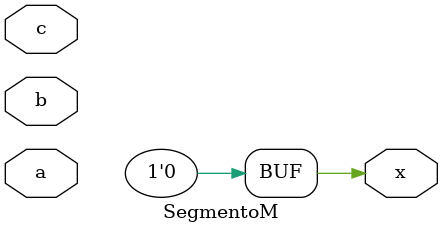
<source format=sv>
module SegmentoM(a,b,c,x);
   input a,b,c;
  output x;
  
  assign x=0;
  
endmodule
</source>
